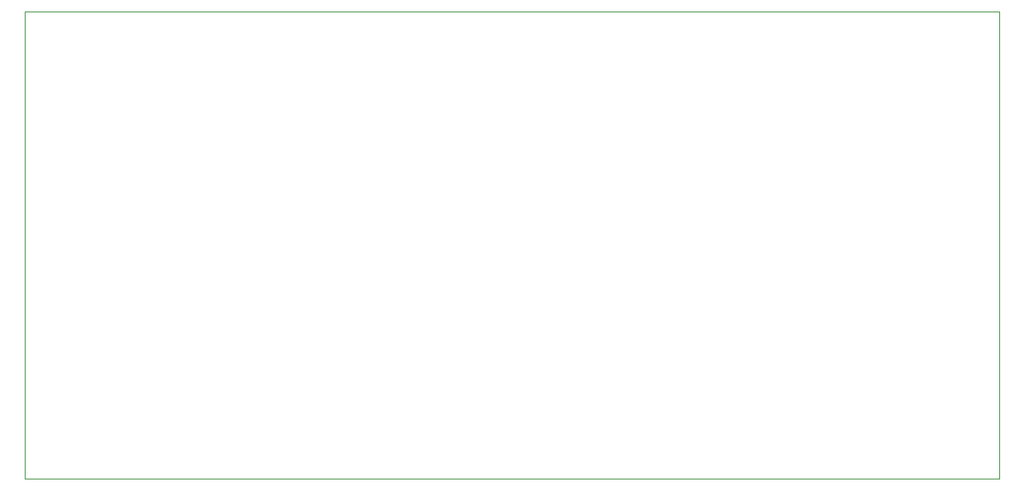
<source format=gbr>
G04 #@! TF.GenerationSoftware,KiCad,Pcbnew,(5.0.1)-rc2*
G04 #@! TF.CreationDate,2020-08-26T14:01:22+08:00*
G04 #@! TF.ProjectId,Peristaltic Pump PCB,506572697374616C7469632050756D70,rev?*
G04 #@! TF.SameCoordinates,PX2ebae40PY9d5b340*
G04 #@! TF.FileFunction,Profile,NP*
%FSLAX46Y46*%
G04 Gerber Fmt 4.6, Leading zero omitted, Abs format (unit mm)*
G04 Created by KiCad (PCBNEW (5.0.1)-rc2) date 08/26/20 14:01:22*
%MOMM*%
%LPD*%
G01*
G04 APERTURE LIST*
%ADD10C,0.100000*%
G04 APERTURE END LIST*
D10*
X0Y48000000D02*
X100000000Y48000000D01*
X100000000Y0D02*
X100000000Y48000000D01*
X0Y48000000D02*
X0Y0D01*
X0Y0D02*
X100000000Y0D01*
M02*

</source>
